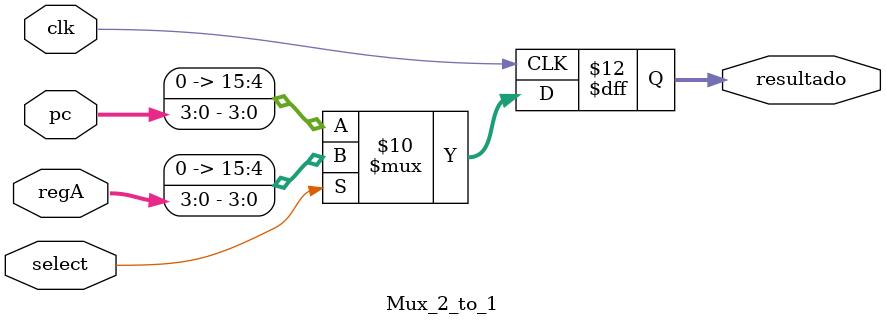
<source format=v>
module Mux_2_to_1(regA, pc, select, resultado, clk);
input [3:0] regA;
input [3:0] pc;
input select, clk;
output reg [15:0] resultado;
reg [15:0] extData;

//regA or pc or select

always @(posedge clk) 
begin
    if (select == 1'b0) 
    begin
        extData[3:0] = pc;
        extData[15:4] = 12'd0;
        resultado = extData;
    end else begin
        resultado = regA;
    end
end
endmodule
</source>
